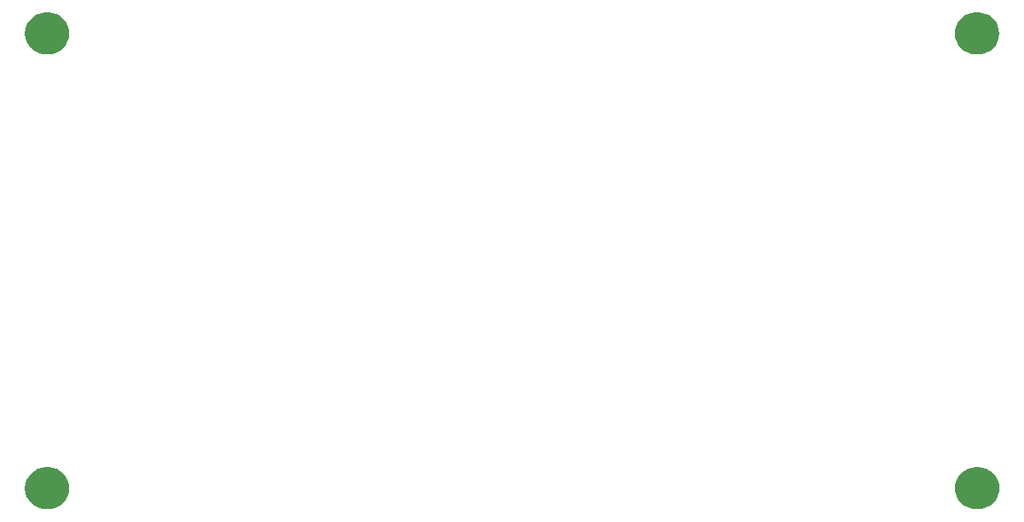
<source format=gbr>
G04 #@! TF.GenerationSoftware,KiCad,Pcbnew,5.0.2+dfsg1-1*
G04 #@! TF.CreationDate,2019-07-23T09:41:23-06:00*
G04 #@! TF.ProjectId,hl2-panel,686c322d-7061-46e6-956c-2e6b69636164,rev?*
G04 #@! TF.SameCoordinates,Original*
G04 #@! TF.FileFunction,Soldermask,Top*
G04 #@! TF.FilePolarity,Negative*
%FSLAX46Y46*%
G04 Gerber Fmt 4.6, Leading zero omitted, Abs format (unit mm)*
G04 Created by KiCad (PCBNEW 5.0.2+dfsg1-1) date Tue 23 Jul 2019 09:41:23 AM MDT*
%MOMM*%
%LPD*%
G01*
G04 APERTURE LIST*
%ADD10C,0.100000*%
G04 APERTURE END LIST*
D10*
G36*
X65382513Y-189262834D02*
X65382516Y-189262835D01*
X65382517Y-189262835D01*
X65787982Y-189385831D01*
X65787984Y-189385832D01*
X66161662Y-189585568D01*
X66489193Y-189854365D01*
X66757990Y-190181896D01*
X66757991Y-190181898D01*
X66957727Y-190555576D01*
X67078779Y-190954632D01*
X67080724Y-190961045D01*
X67122254Y-191382711D01*
X67080724Y-191804377D01*
X67080723Y-191804380D01*
X67080723Y-191804381D01*
X66959672Y-192203435D01*
X66957726Y-192209848D01*
X66757990Y-192583526D01*
X66489193Y-192911057D01*
X66161662Y-193179854D01*
X66161660Y-193179855D01*
X65787982Y-193379591D01*
X65382517Y-193502587D01*
X65382516Y-193502587D01*
X65382513Y-193502588D01*
X65066514Y-193533711D01*
X64605180Y-193533711D01*
X64289181Y-193502588D01*
X64289178Y-193502587D01*
X64289177Y-193502587D01*
X63883712Y-193379591D01*
X63510034Y-193179855D01*
X63510032Y-193179854D01*
X63182501Y-192911057D01*
X62913704Y-192583526D01*
X62713968Y-192209848D01*
X62712023Y-192203435D01*
X62590971Y-191804381D01*
X62590971Y-191804380D01*
X62590970Y-191804377D01*
X62549440Y-191382711D01*
X62590970Y-190961045D01*
X62592915Y-190954632D01*
X62713967Y-190555576D01*
X62913703Y-190181898D01*
X62913704Y-190181896D01*
X63182501Y-189854365D01*
X63510032Y-189585568D01*
X63883710Y-189385832D01*
X63883712Y-189385831D01*
X64289177Y-189262835D01*
X64289178Y-189262835D01*
X64289181Y-189262834D01*
X64605180Y-189231711D01*
X65066514Y-189231711D01*
X65382513Y-189262834D01*
X65382513Y-189262834D01*
G37*
G36*
X161202291Y-189256421D02*
X161202294Y-189256422D01*
X161202295Y-189256422D01*
X161607760Y-189379418D01*
X161607762Y-189379419D01*
X161981440Y-189579155D01*
X162308971Y-189847952D01*
X162577768Y-190175483D01*
X162577769Y-190175485D01*
X162777505Y-190549163D01*
X162779450Y-190555576D01*
X162900502Y-190954632D01*
X162942032Y-191376298D01*
X162900502Y-191797964D01*
X162900501Y-191797967D01*
X162900501Y-191797968D01*
X162898556Y-191804381D01*
X162777504Y-192203435D01*
X162577768Y-192577113D01*
X162308971Y-192904644D01*
X161981440Y-193173441D01*
X161981438Y-193173442D01*
X161607760Y-193373178D01*
X161202295Y-193496174D01*
X161202294Y-193496174D01*
X161202291Y-193496175D01*
X160886292Y-193527298D01*
X160424958Y-193527298D01*
X160108959Y-193496175D01*
X160108956Y-193496174D01*
X160108955Y-193496174D01*
X159703490Y-193373178D01*
X159329812Y-193173442D01*
X159329810Y-193173441D01*
X159002279Y-192904644D01*
X158733482Y-192577113D01*
X158533746Y-192203435D01*
X158412695Y-191804381D01*
X158410749Y-191797968D01*
X158410749Y-191797967D01*
X158410748Y-191797964D01*
X158369218Y-191376298D01*
X158410748Y-190954632D01*
X158531800Y-190555576D01*
X158533745Y-190549163D01*
X158733481Y-190175485D01*
X158733482Y-190175483D01*
X159002279Y-189847952D01*
X159329810Y-189579155D01*
X159703488Y-189379419D01*
X159703490Y-189379418D01*
X160108955Y-189256422D01*
X160108956Y-189256422D01*
X160108959Y-189256421D01*
X160424958Y-189225298D01*
X160886292Y-189225298D01*
X161202291Y-189256421D01*
X161202291Y-189256421D01*
G37*
G36*
X65384330Y-142341527D02*
X65384333Y-142341528D01*
X65384334Y-142341528D01*
X65789799Y-142464524D01*
X65789801Y-142464525D01*
X66163479Y-142664261D01*
X66491010Y-142933058D01*
X66759807Y-143260589D01*
X66959543Y-143634267D01*
X67082541Y-144039738D01*
X67124071Y-144461404D01*
X67082541Y-144883070D01*
X67082540Y-144883073D01*
X67082540Y-144883074D01*
X66960063Y-145286829D01*
X66959543Y-145288541D01*
X66759807Y-145662219D01*
X66491010Y-145989750D01*
X66163479Y-146258547D01*
X66163477Y-146258548D01*
X65789799Y-146458284D01*
X65384334Y-146581280D01*
X65384333Y-146581280D01*
X65384330Y-146581281D01*
X65068331Y-146612404D01*
X64606997Y-146612404D01*
X64290998Y-146581281D01*
X64290995Y-146581280D01*
X64290994Y-146581280D01*
X63885529Y-146458284D01*
X63511851Y-146258548D01*
X63511849Y-146258547D01*
X63184318Y-145989750D01*
X62915521Y-145662219D01*
X62715785Y-145288541D01*
X62715266Y-145286829D01*
X62592788Y-144883074D01*
X62592788Y-144883073D01*
X62592787Y-144883070D01*
X62551257Y-144461404D01*
X62592787Y-144039738D01*
X62715785Y-143634267D01*
X62915521Y-143260589D01*
X63184318Y-142933058D01*
X63511849Y-142664261D01*
X63885527Y-142464525D01*
X63885529Y-142464524D01*
X64290994Y-142341528D01*
X64290995Y-142341528D01*
X64290998Y-142341527D01*
X64606997Y-142310404D01*
X65068331Y-142310404D01*
X65384330Y-142341527D01*
X65384330Y-142341527D01*
G37*
G36*
X161195879Y-142339817D02*
X161195882Y-142339818D01*
X161195883Y-142339818D01*
X161601348Y-142462814D01*
X161601350Y-142462815D01*
X161975028Y-142662551D01*
X162302559Y-142931348D01*
X162571356Y-143258879D01*
X162571357Y-143258881D01*
X162771093Y-143632559D01*
X162894089Y-144038024D01*
X162894090Y-144038028D01*
X162935620Y-144459694D01*
X162894090Y-144881360D01*
X162771092Y-145286831D01*
X162571356Y-145660509D01*
X162302559Y-145988040D01*
X161975028Y-146256837D01*
X161975026Y-146256838D01*
X161601348Y-146456574D01*
X161195883Y-146579570D01*
X161195882Y-146579570D01*
X161195879Y-146579571D01*
X160879880Y-146610694D01*
X160418546Y-146610694D01*
X160102547Y-146579571D01*
X160102544Y-146579570D01*
X160102543Y-146579570D01*
X159697078Y-146456574D01*
X159323400Y-146256838D01*
X159323398Y-146256837D01*
X158995867Y-145988040D01*
X158727070Y-145660509D01*
X158527334Y-145286831D01*
X158404336Y-144881360D01*
X158362806Y-144459694D01*
X158404336Y-144038028D01*
X158404337Y-144038024D01*
X158527333Y-143632559D01*
X158727069Y-143258881D01*
X158727070Y-143258879D01*
X158995867Y-142931348D01*
X159323398Y-142662551D01*
X159697076Y-142462815D01*
X159697078Y-142462814D01*
X160102543Y-142339818D01*
X160102544Y-142339818D01*
X160102547Y-142339817D01*
X160418546Y-142308694D01*
X160879880Y-142308694D01*
X161195879Y-142339817D01*
X161195879Y-142339817D01*
G37*
M02*

</source>
